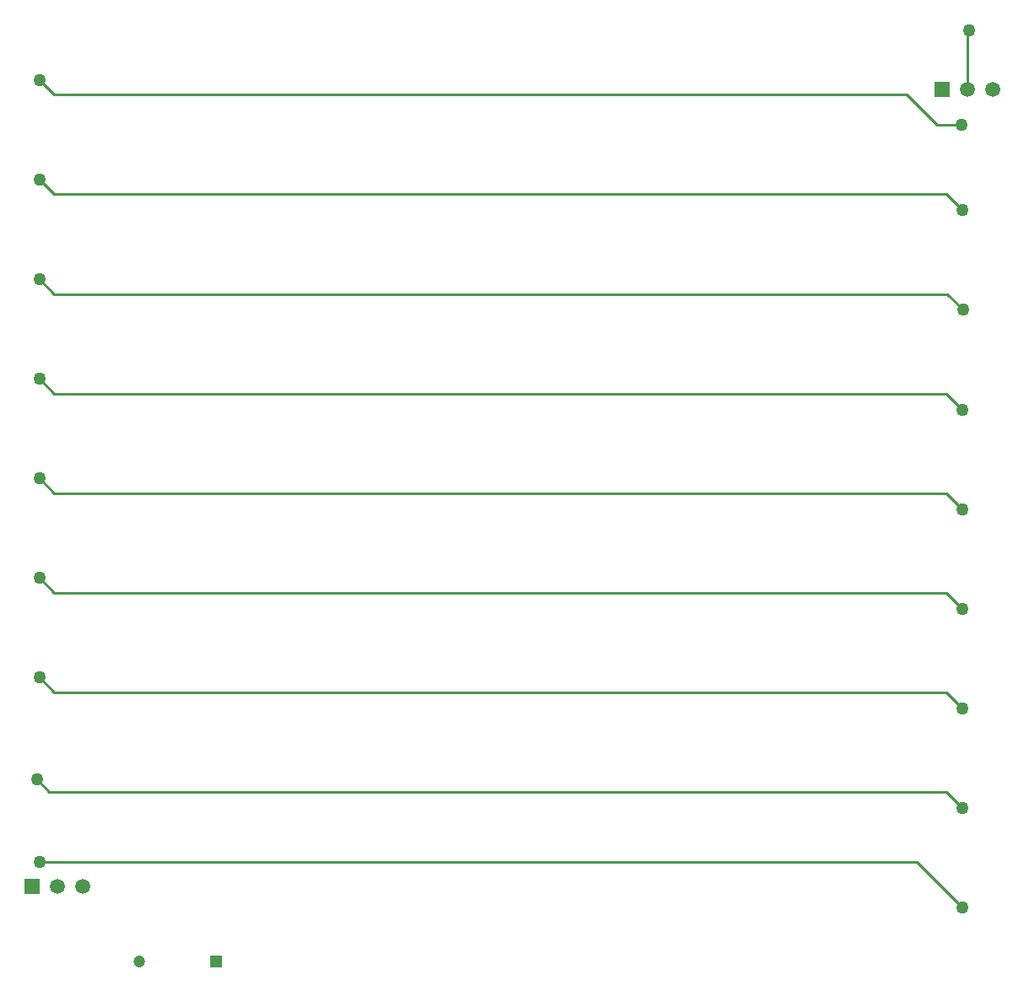
<source format=gbl>
G04*
G04 #@! TF.GenerationSoftware,Altium Limited,CircuitStudio,1.5.2 (30)*
G04*
G04 Layer_Physical_Order=2*
G04 Layer_Color=12500520*
%FSLAX42Y42*%
%MOMM*%
G71*
G01*
G75*
%ADD12C,0.25*%
%ADD13R,1.50X1.50*%
%ADD14C,1.50*%
%ADD15R,1.20X1.20*%
%ADD16C,1.20*%
%ADD17C,1.27*%
D12*
X12054Y12054D02*
X12075Y12075D01*
X12054Y11475D02*
Y12054D01*
X2750Y3725D02*
X11550D01*
X12010Y3265D01*
X11850Y4425D02*
X12010Y4265D01*
X2850Y4425D02*
X11850D01*
X2725Y4550D02*
X2850Y4425D01*
X11850Y5425D02*
X12010Y5265D01*
X2900Y5425D02*
X11850D01*
X2750Y5575D02*
X2900Y5425D01*
X11850Y6425D02*
X12010Y6265D01*
X2900Y6425D02*
X11850D01*
X2750Y6575D02*
X2900Y6425D01*
X11850Y7425D02*
X12010Y7265D01*
X2900Y7425D02*
X11850D01*
X2750Y7575D02*
X2900Y7425D01*
X11850Y8425D02*
X12010Y8265D01*
X2900Y8425D02*
X11850D01*
X2750Y8575D02*
X2900Y8425D01*
X11855Y9425D02*
X12015Y9265D01*
X2900Y9425D02*
X11855D01*
X2750Y9575D02*
X2900Y9425D01*
X11850Y10425D02*
X12010Y10265D01*
X2900Y10425D02*
X11850D01*
X2750Y10575D02*
X2900Y10425D01*
X11750Y11125D02*
X12000D01*
X11450Y11425D02*
X11750Y11125D01*
X2900Y11425D02*
X11450D01*
X2750Y11575D02*
X2900Y11425D01*
D13*
X11800Y11475D02*
D03*
X2675Y3475D02*
D03*
D14*
X12054Y11475D02*
D03*
X12308D02*
D03*
X2929Y3475D02*
D03*
X3183D02*
D03*
D15*
X4525Y2725D02*
D03*
D16*
X3750D02*
D03*
D17*
X12075Y12075D02*
D03*
X12010Y3265D02*
D03*
X2750Y3725D02*
D03*
X12010Y4265D02*
D03*
X2725Y4550D02*
D03*
X12010Y5265D02*
D03*
X2750Y5575D02*
D03*
X12010Y6265D02*
D03*
X2750Y6575D02*
D03*
X12010Y7265D02*
D03*
X2750Y7575D02*
D03*
X12010Y8265D02*
D03*
X2750Y8575D02*
D03*
X12015Y9265D02*
D03*
X2750Y9575D02*
D03*
X12010Y10265D02*
D03*
X2750Y10575D02*
D03*
X12000Y11125D02*
D03*
X2750Y11575D02*
D03*
M02*

</source>
